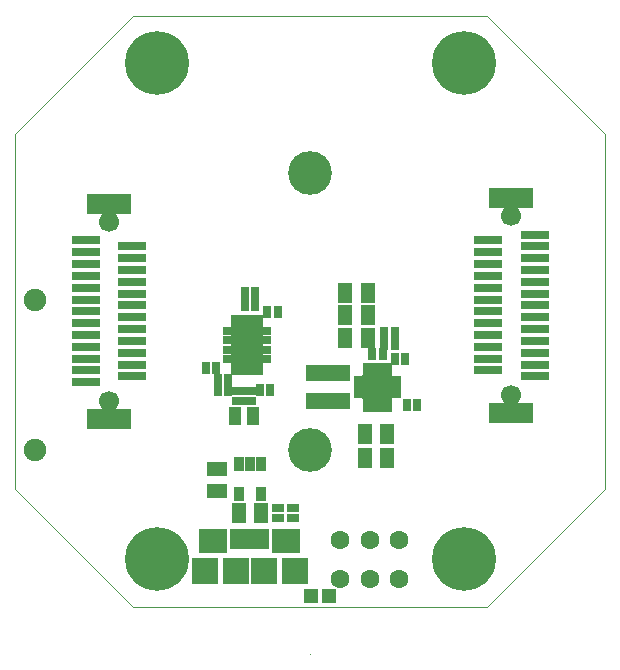
<source format=gts>
G04 (created by PCBNEW (2013-09-06 BZR 4312)-stable) date P 15 sept  2013 15:04:35 EEST*
%MOIN*%
G04 Gerber Fmt 3.4, Leading zero omitted, Abs format*
%FSLAX34Y34*%
G01*
G70*
G90*
G04 APERTURE LIST*
%ADD10C,0.000787*%
%ADD11C,0.001000*%
%ADD12R,0.097638X0.031496*%
%ADD13C,0.066929*%
%ADD14R,0.149606X0.066929*%
%ADD15R,0.024803X0.047244*%
%ADD16R,0.047244X0.025591*%
%ADD17R,0.100394X0.082677*%
%ADD18R,0.050748X0.070748*%
%ADD19R,0.031448X0.039348*%
%ADD20R,0.149606X0.054331*%
%ADD21C,0.145669*%
%ADD22C,0.074803*%
%ADD23R,0.039348X0.031448*%
%ADD24R,0.040748X0.060748*%
%ADD25R,0.025591X0.047244*%
%ADD26R,0.042323X0.025591*%
%ADD27R,0.110236X0.120079*%
%ADD28R,0.070748X0.050748*%
%ADD29R,0.047148X0.047148*%
%ADD30R,0.090448X0.090448*%
%ADD31R,0.090548X0.090448*%
%ADD32R,0.086448X0.090448*%
%ADD33R,0.098248X0.078648*%
%ADD34R,0.031448X0.068748*%
%ADD35R,0.035748X0.045748*%
%ADD36C,0.062992*%
%ADD37C,0.212598*%
G04 APERTURE END LIST*
G54D10*
G54D11*
X49213Y-56692D02*
G75*
G03X49213Y-56692I0J0D01*
G74*
G01*
X49211Y-56692D02*
X49213Y-56692D01*
X49212Y-56691D02*
X49212Y-56693D01*
X43307Y-55118D02*
X39370Y-51181D01*
X55118Y-55118D02*
X43307Y-55118D01*
X59055Y-51181D02*
X55118Y-55118D01*
X59055Y-39370D02*
X59055Y-51181D01*
X55118Y-35433D02*
X59055Y-39370D01*
X43307Y-35433D02*
X55118Y-35433D01*
X39370Y-39370D02*
X43307Y-35433D01*
X39370Y-51181D02*
X39370Y-39370D01*
G54D12*
X41732Y-42913D03*
X41732Y-43307D03*
X41732Y-43700D03*
X41732Y-44094D03*
X41732Y-44488D03*
X41732Y-44881D03*
X41732Y-45275D03*
X41732Y-45669D03*
X41732Y-46062D03*
X41732Y-46456D03*
X41732Y-46850D03*
X41732Y-47244D03*
X41732Y-47637D03*
X43275Y-47440D03*
X43275Y-47047D03*
X43275Y-46653D03*
X43275Y-46259D03*
X43275Y-45866D03*
X43275Y-45472D03*
X43275Y-45078D03*
X43275Y-44685D03*
X43275Y-44291D03*
X43275Y-43897D03*
X43275Y-43503D03*
X43275Y-43110D03*
G54D13*
X42503Y-42303D03*
X42503Y-48248D03*
G54D14*
X42503Y-41692D03*
X42503Y-48858D03*
G54D13*
X42503Y-48248D03*
X42503Y-42303D03*
G54D14*
X42503Y-48858D03*
X42503Y-41692D03*
G54D12*
X56692Y-47440D03*
X56692Y-47047D03*
X56692Y-46653D03*
X56692Y-46259D03*
X56692Y-45866D03*
X56692Y-45472D03*
X56692Y-45078D03*
X56692Y-44685D03*
X56692Y-44291D03*
X56692Y-43897D03*
X56692Y-43503D03*
X56692Y-43110D03*
X56692Y-42716D03*
X55149Y-42913D03*
X55149Y-43307D03*
X55149Y-43700D03*
X55149Y-44094D03*
X55149Y-44488D03*
X55149Y-44881D03*
X55149Y-45275D03*
X55149Y-45669D03*
X55149Y-46062D03*
X55149Y-46456D03*
X55149Y-46850D03*
X55149Y-47244D03*
G54D13*
X55921Y-48051D03*
X55921Y-42106D03*
G54D14*
X55921Y-48661D03*
X55921Y-41496D03*
G54D13*
X55921Y-42106D03*
X55921Y-48051D03*
G54D14*
X55921Y-41496D03*
X55921Y-48661D03*
G54D15*
X51056Y-48380D03*
X51253Y-48380D03*
X51450Y-48380D03*
X51646Y-48380D03*
X51843Y-48380D03*
X51843Y-47219D03*
X51646Y-47219D03*
X51450Y-47219D03*
X51253Y-47219D03*
X51056Y-47219D03*
G54D16*
X50898Y-48036D03*
X50898Y-47878D03*
X50898Y-47721D03*
X50898Y-47563D03*
X52001Y-48036D03*
X52001Y-47878D03*
X52001Y-47721D03*
X52001Y-47563D03*
G54D17*
X51450Y-47800D03*
G54D18*
X51775Y-50150D03*
X51025Y-50150D03*
X51775Y-49350D03*
X51025Y-49350D03*
G54D19*
X52023Y-46850D03*
X52377Y-46850D03*
X51673Y-46000D03*
X52027Y-46000D03*
G54D18*
X51125Y-46150D03*
X50375Y-46150D03*
X51125Y-45400D03*
X50375Y-45400D03*
X51125Y-44650D03*
X50375Y-44650D03*
G54D20*
X49800Y-48266D03*
X49800Y-47333D03*
G54D19*
X51273Y-46700D03*
X51627Y-46700D03*
X51673Y-46350D03*
X52027Y-46350D03*
X52777Y-48400D03*
X52423Y-48400D03*
G54D21*
X49212Y-40649D03*
X49212Y-49901D03*
G54D22*
X40033Y-49901D03*
X40033Y-44901D03*
G54D19*
X47377Y-45050D03*
X47023Y-45050D03*
X47773Y-45300D03*
X48127Y-45300D03*
X46477Y-47550D03*
X46123Y-47550D03*
X46477Y-47900D03*
X46123Y-47900D03*
X47523Y-47900D03*
X47877Y-47900D03*
X47377Y-44650D03*
X47023Y-44650D03*
X46077Y-47150D03*
X45723Y-47150D03*
G54D23*
X47200Y-47923D03*
X47200Y-48277D03*
X46800Y-47923D03*
X46800Y-48277D03*
G54D24*
X46700Y-48750D03*
X47300Y-48750D03*
G54D25*
X47493Y-45622D03*
X47296Y-45622D03*
X47100Y-45622D03*
X46903Y-45622D03*
X46706Y-45622D03*
X46706Y-47177D03*
X46903Y-47177D03*
X47100Y-47177D03*
X47296Y-47177D03*
X47493Y-47177D03*
G54D26*
X47700Y-45927D03*
X47700Y-46228D03*
X47700Y-46571D03*
X47700Y-46872D03*
X46499Y-45927D03*
X46499Y-46228D03*
X46499Y-46571D03*
X46499Y-46872D03*
G54D27*
X47100Y-46400D03*
G54D18*
X46825Y-52000D03*
X47575Y-52000D03*
G54D28*
X46100Y-50525D03*
X46100Y-51275D03*
G54D29*
X49255Y-54750D03*
X49845Y-54750D03*
G54D23*
X48650Y-51823D03*
X48650Y-52177D03*
X48150Y-52177D03*
X48150Y-51823D03*
G54D30*
X46728Y-53930D03*
G54D31*
X47672Y-53930D03*
G54D32*
X48696Y-53930D03*
G54D33*
X45980Y-52926D03*
G54D34*
X46689Y-52876D03*
X46945Y-52876D03*
X47200Y-52876D03*
X47455Y-52876D03*
X47711Y-52876D03*
G54D33*
X48420Y-52926D03*
G54D32*
X45704Y-53930D03*
G54D35*
X47575Y-50350D03*
X46825Y-50350D03*
X47575Y-51350D03*
X47200Y-50350D03*
X46825Y-51350D03*
G54D36*
X51200Y-52900D03*
X51200Y-54199D03*
X52184Y-52900D03*
X52184Y-54199D03*
X50215Y-52900D03*
X50215Y-54199D03*
G54D37*
X44094Y-37007D03*
X54330Y-37007D03*
X54330Y-53543D03*
X44094Y-53543D03*
M02*

</source>
